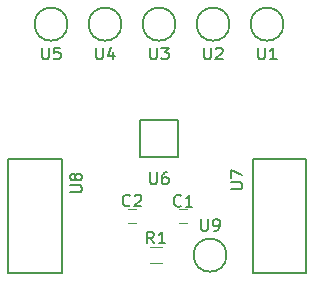
<source format=gbr>
G04 #@! TF.FileFunction,Legend,Top*
%FSLAX46Y46*%
G04 Gerber Fmt 4.6, Leading zero omitted, Abs format (unit mm)*
G04 Created by KiCad (PCBNEW 4.0.7) date 11/11/17 18:30:26*
%MOMM*%
%LPD*%
G01*
G04 APERTURE LIST*
%ADD10C,0.100000*%
%ADD11C,0.150000*%
%ADD12C,0.120000*%
G04 APERTURE END LIST*
D10*
D11*
X80844000Y-94004000D02*
X80844000Y-84304000D01*
X85344000Y-84304000D02*
X80844000Y-84304000D01*
X85344000Y-94004000D02*
X80844000Y-94004000D01*
X85344000Y-94004000D02*
X85344000Y-84304000D01*
D12*
X74580000Y-88554000D02*
X75280000Y-88554000D01*
X75280000Y-89754000D02*
X74580000Y-89754000D01*
X70962000Y-89754000D02*
X70262000Y-89754000D01*
X70262000Y-88554000D02*
X70962000Y-88554000D01*
X73144000Y-93136000D02*
X72144000Y-93136000D01*
X72144000Y-91776000D02*
X73144000Y-91776000D01*
D11*
X83442000Y-72898000D02*
G75*
G03X83442000Y-72898000I-1400000J0D01*
G01*
X78870000Y-72898000D02*
G75*
G03X78870000Y-72898000I-1400000J0D01*
G01*
X74298000Y-72898000D02*
G75*
G03X74298000Y-72898000I-1400000J0D01*
G01*
X69726000Y-72898000D02*
G75*
G03X69726000Y-72898000I-1400000J0D01*
G01*
X65154000Y-72898000D02*
G75*
G03X65154000Y-72898000I-1400000J0D01*
G01*
X74473000Y-80975000D02*
X74473000Y-84125000D01*
X71323000Y-80975000D02*
X71323000Y-84125000D01*
X74473000Y-80975000D02*
X71323000Y-80975000D01*
X74473000Y-84125000D02*
X71323000Y-84125000D01*
X60143000Y-94004000D02*
X60143000Y-84304000D01*
X64643000Y-84304000D02*
X60143000Y-84304000D01*
X64643000Y-94004000D02*
X60143000Y-94004000D01*
X64643000Y-94004000D02*
X64643000Y-84304000D01*
X78616000Y-92456000D02*
G75*
G03X78616000Y-92456000I-1400000J0D01*
G01*
X78954381Y-86867905D02*
X79763905Y-86867905D01*
X79859143Y-86820286D01*
X79906762Y-86772667D01*
X79954381Y-86677429D01*
X79954381Y-86486952D01*
X79906762Y-86391714D01*
X79859143Y-86344095D01*
X79763905Y-86296476D01*
X78954381Y-86296476D01*
X78954381Y-85915524D02*
X78954381Y-85248857D01*
X79954381Y-85677429D01*
X74763334Y-88261143D02*
X74715715Y-88308762D01*
X74572858Y-88356381D01*
X74477620Y-88356381D01*
X74334762Y-88308762D01*
X74239524Y-88213524D01*
X74191905Y-88118286D01*
X74144286Y-87927810D01*
X74144286Y-87784952D01*
X74191905Y-87594476D01*
X74239524Y-87499238D01*
X74334762Y-87404000D01*
X74477620Y-87356381D01*
X74572858Y-87356381D01*
X74715715Y-87404000D01*
X74763334Y-87451619D01*
X75715715Y-88356381D02*
X75144286Y-88356381D01*
X75430000Y-88356381D02*
X75430000Y-87356381D01*
X75334762Y-87499238D01*
X75239524Y-87594476D01*
X75144286Y-87642095D01*
X70445334Y-88241143D02*
X70397715Y-88288762D01*
X70254858Y-88336381D01*
X70159620Y-88336381D01*
X70016762Y-88288762D01*
X69921524Y-88193524D01*
X69873905Y-88098286D01*
X69826286Y-87907810D01*
X69826286Y-87764952D01*
X69873905Y-87574476D01*
X69921524Y-87479238D01*
X70016762Y-87384000D01*
X70159620Y-87336381D01*
X70254858Y-87336381D01*
X70397715Y-87384000D01*
X70445334Y-87431619D01*
X70826286Y-87431619D02*
X70873905Y-87384000D01*
X70969143Y-87336381D01*
X71207239Y-87336381D01*
X71302477Y-87384000D01*
X71350096Y-87431619D01*
X71397715Y-87526857D01*
X71397715Y-87622095D01*
X71350096Y-87764952D01*
X70778667Y-88336381D01*
X71397715Y-88336381D01*
X72477334Y-91458381D02*
X72144000Y-90982190D01*
X71905905Y-91458381D02*
X71905905Y-90458381D01*
X72286858Y-90458381D01*
X72382096Y-90506000D01*
X72429715Y-90553619D01*
X72477334Y-90648857D01*
X72477334Y-90791714D01*
X72429715Y-90886952D01*
X72382096Y-90934571D01*
X72286858Y-90982190D01*
X71905905Y-90982190D01*
X73429715Y-91458381D02*
X72858286Y-91458381D01*
X73144000Y-91458381D02*
X73144000Y-90458381D01*
X73048762Y-90601238D01*
X72953524Y-90696476D01*
X72858286Y-90744095D01*
X81280095Y-74890381D02*
X81280095Y-75699905D01*
X81327714Y-75795143D01*
X81375333Y-75842762D01*
X81470571Y-75890381D01*
X81661048Y-75890381D01*
X81756286Y-75842762D01*
X81803905Y-75795143D01*
X81851524Y-75699905D01*
X81851524Y-74890381D01*
X82851524Y-75890381D02*
X82280095Y-75890381D01*
X82565809Y-75890381D02*
X82565809Y-74890381D01*
X82470571Y-75033238D01*
X82375333Y-75128476D01*
X82280095Y-75176095D01*
X76708095Y-74890381D02*
X76708095Y-75699905D01*
X76755714Y-75795143D01*
X76803333Y-75842762D01*
X76898571Y-75890381D01*
X77089048Y-75890381D01*
X77184286Y-75842762D01*
X77231905Y-75795143D01*
X77279524Y-75699905D01*
X77279524Y-74890381D01*
X77708095Y-74985619D02*
X77755714Y-74938000D01*
X77850952Y-74890381D01*
X78089048Y-74890381D01*
X78184286Y-74938000D01*
X78231905Y-74985619D01*
X78279524Y-75080857D01*
X78279524Y-75176095D01*
X78231905Y-75318952D01*
X77660476Y-75890381D01*
X78279524Y-75890381D01*
X72136095Y-74890381D02*
X72136095Y-75699905D01*
X72183714Y-75795143D01*
X72231333Y-75842762D01*
X72326571Y-75890381D01*
X72517048Y-75890381D01*
X72612286Y-75842762D01*
X72659905Y-75795143D01*
X72707524Y-75699905D01*
X72707524Y-74890381D01*
X73088476Y-74890381D02*
X73707524Y-74890381D01*
X73374190Y-75271333D01*
X73517048Y-75271333D01*
X73612286Y-75318952D01*
X73659905Y-75366571D01*
X73707524Y-75461810D01*
X73707524Y-75699905D01*
X73659905Y-75795143D01*
X73612286Y-75842762D01*
X73517048Y-75890381D01*
X73231333Y-75890381D01*
X73136095Y-75842762D01*
X73088476Y-75795143D01*
X67564095Y-74890381D02*
X67564095Y-75699905D01*
X67611714Y-75795143D01*
X67659333Y-75842762D01*
X67754571Y-75890381D01*
X67945048Y-75890381D01*
X68040286Y-75842762D01*
X68087905Y-75795143D01*
X68135524Y-75699905D01*
X68135524Y-74890381D01*
X69040286Y-75223714D02*
X69040286Y-75890381D01*
X68802190Y-74842762D02*
X68564095Y-75557048D01*
X69183143Y-75557048D01*
X62992095Y-74890381D02*
X62992095Y-75699905D01*
X63039714Y-75795143D01*
X63087333Y-75842762D01*
X63182571Y-75890381D01*
X63373048Y-75890381D01*
X63468286Y-75842762D01*
X63515905Y-75795143D01*
X63563524Y-75699905D01*
X63563524Y-74890381D01*
X64515905Y-74890381D02*
X64039714Y-74890381D01*
X63992095Y-75366571D01*
X64039714Y-75318952D01*
X64134952Y-75271333D01*
X64373048Y-75271333D01*
X64468286Y-75318952D01*
X64515905Y-75366571D01*
X64563524Y-75461810D01*
X64563524Y-75699905D01*
X64515905Y-75795143D01*
X64468286Y-75842762D01*
X64373048Y-75890381D01*
X64134952Y-75890381D01*
X64039714Y-75842762D01*
X63992095Y-75795143D01*
X72136095Y-85456781D02*
X72136095Y-86266305D01*
X72183714Y-86361543D01*
X72231333Y-86409162D01*
X72326571Y-86456781D01*
X72517048Y-86456781D01*
X72612286Y-86409162D01*
X72659905Y-86361543D01*
X72707524Y-86266305D01*
X72707524Y-85456781D01*
X73612286Y-85456781D02*
X73421809Y-85456781D01*
X73326571Y-85504400D01*
X73278952Y-85552019D01*
X73183714Y-85694876D01*
X73136095Y-85885352D01*
X73136095Y-86266305D01*
X73183714Y-86361543D01*
X73231333Y-86409162D01*
X73326571Y-86456781D01*
X73517048Y-86456781D01*
X73612286Y-86409162D01*
X73659905Y-86361543D01*
X73707524Y-86266305D01*
X73707524Y-86028210D01*
X73659905Y-85932971D01*
X73612286Y-85885352D01*
X73517048Y-85837733D01*
X73326571Y-85837733D01*
X73231333Y-85885352D01*
X73183714Y-85932971D01*
X73136095Y-86028210D01*
X65365381Y-87121905D02*
X66174905Y-87121905D01*
X66270143Y-87074286D01*
X66317762Y-87026667D01*
X66365381Y-86931429D01*
X66365381Y-86740952D01*
X66317762Y-86645714D01*
X66270143Y-86598095D01*
X66174905Y-86550476D01*
X65365381Y-86550476D01*
X65793952Y-85931429D02*
X65746333Y-86026667D01*
X65698714Y-86074286D01*
X65603476Y-86121905D01*
X65555857Y-86121905D01*
X65460619Y-86074286D01*
X65413000Y-86026667D01*
X65365381Y-85931429D01*
X65365381Y-85740952D01*
X65413000Y-85645714D01*
X65460619Y-85598095D01*
X65555857Y-85550476D01*
X65603476Y-85550476D01*
X65698714Y-85598095D01*
X65746333Y-85645714D01*
X65793952Y-85740952D01*
X65793952Y-85931429D01*
X65841571Y-86026667D01*
X65889190Y-86074286D01*
X65984429Y-86121905D01*
X66174905Y-86121905D01*
X66270143Y-86074286D01*
X66317762Y-86026667D01*
X66365381Y-85931429D01*
X66365381Y-85740952D01*
X66317762Y-85645714D01*
X66270143Y-85598095D01*
X66174905Y-85550476D01*
X65984429Y-85550476D01*
X65889190Y-85598095D01*
X65841571Y-85645714D01*
X65793952Y-85740952D01*
X76454095Y-89408381D02*
X76454095Y-90217905D01*
X76501714Y-90313143D01*
X76549333Y-90360762D01*
X76644571Y-90408381D01*
X76835048Y-90408381D01*
X76930286Y-90360762D01*
X76977905Y-90313143D01*
X77025524Y-90217905D01*
X77025524Y-89408381D01*
X77549333Y-90408381D02*
X77739809Y-90408381D01*
X77835048Y-90360762D01*
X77882667Y-90313143D01*
X77977905Y-90170286D01*
X78025524Y-89979810D01*
X78025524Y-89598857D01*
X77977905Y-89503619D01*
X77930286Y-89456000D01*
X77835048Y-89408381D01*
X77644571Y-89408381D01*
X77549333Y-89456000D01*
X77501714Y-89503619D01*
X77454095Y-89598857D01*
X77454095Y-89836952D01*
X77501714Y-89932190D01*
X77549333Y-89979810D01*
X77644571Y-90027429D01*
X77835048Y-90027429D01*
X77930286Y-89979810D01*
X77977905Y-89932190D01*
X78025524Y-89836952D01*
M02*

</source>
